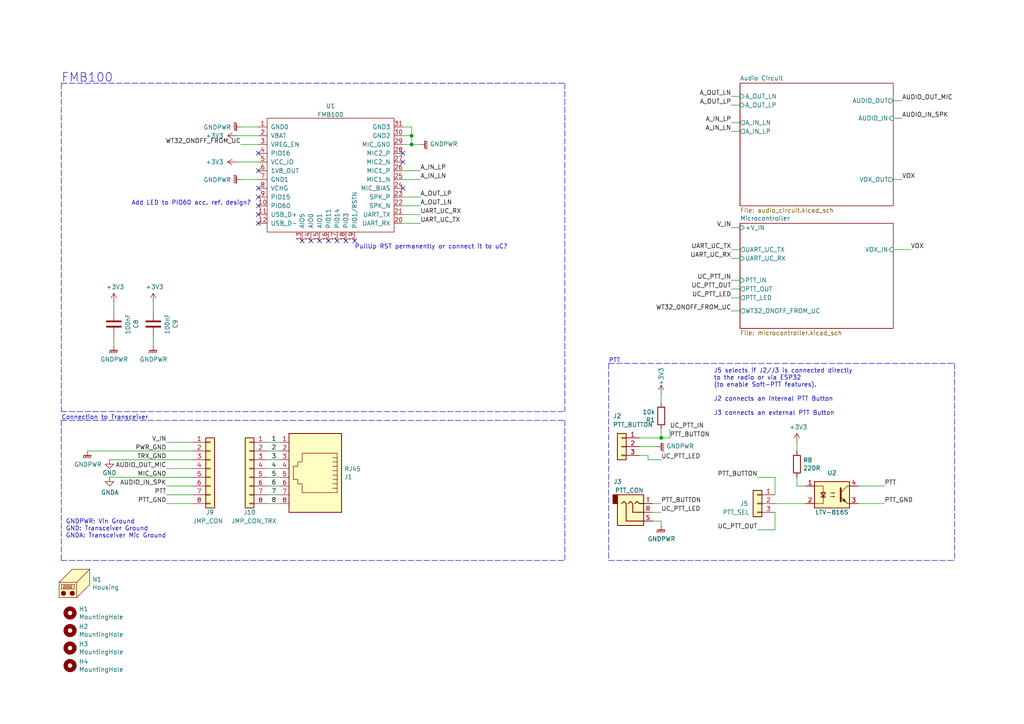
<source format=kicad_sch>
(kicad_sch (version 20211123) (generator eeschema)
  (paper "A4")
  (title_block (title "BT-TRX Development Board ") (date "2023-03-28") (rev "v6.0") (company "bt-trx.com") (comment 1 "Licensed under CERN OHL v1.2 - https://ohwr.org/licenses/cern-ohl/v1.2") (comment 2 "Andreas Müller - DC1MIL") (comment 3 "Christian Obersteiner - DL1COM") (comment 4 "Author:"))
  (lib_symbols
    (symbol "Connector:AudioJack3"
      (property "Reference" "J" (at 0 8.89 0))
      (property "Value" "AudioJack3" (at 0 6.35 0))
      (symbol "AudioJack3_0_1"
        (rectangle (start -5.08 -5.08) (end -6.35 -2.54) (stroke (width 0.254)) (fill (type outline)))
        (polyline (pts (xy 0 -2.54) (xy 0.635 -3.175) (xy 1.27 -2.54) (xy 2.54 -2.54)) (stroke (width 0.254)))
        (polyline (pts (xy -1.905 -2.54) (xy -1.27 -3.175) (xy -0.635 -2.54) (xy -0.635 0) (xy 2.54 0)) (stroke (width 0.254)))
        (polyline (pts (xy 2.54 2.54) (xy -2.54 2.54) (xy -2.54 -2.54) (xy -3.175 -3.175) (xy -3.81 -2.54)) (stroke (width 0.254)))
        (rectangle (start 2.54 3.81) (end -5.08 -5.08) (stroke (width 0.254)) (fill (type background)))
      )
      (symbol "AudioJack3_1_1"
        (pin passive line (at 5.08 0 180) (length 2.54) (name "~") (number "R"))
        (pin passive line (at 5.08 2.54 180) (length 2.54) (name "~") (number "S"))
        (pin passive line (at 5.08 -2.54 180) (length 2.54) (name "~") (number "T"))
      )
    )
    (symbol "Connector:RJ45" (pin_names (offset 1.016))
      (property "Reference" "J" (at -5.08 13.97 0))
      (property "Value" "RJ45" (at 2.54 13.97 0))
      (symbol "RJ45_0_1"
        (polyline (pts (xy -5.08 4.445) (xy -6.35 4.445)))
        (polyline (pts (xy -5.08 5.715) (xy -6.35 5.715)))
        (polyline (pts (xy -6.35 -3.175) (xy -5.08 -3.175) (xy -5.08 -3.175)))
        (polyline (pts (xy -6.35 -1.905) (xy -5.08 -1.905) (xy -5.08 -1.905)))
        (polyline (pts (xy -6.35 -0.635) (xy -5.08 -0.635) (xy -5.08 -0.635)))
        (polyline (pts (xy -6.35 0.635) (xy -5.08 0.635) (xy -5.08 0.635)))
        (polyline (pts (xy -6.35 1.905) (xy -5.08 1.905) (xy -5.08 1.905)))
        (polyline (pts (xy -5.08 3.175) (xy -6.35 3.175) (xy -6.35 3.175)))
        (polyline (pts (xy -6.35 -4.445) (xy -6.35 6.985) (xy 3.81 6.985) (xy 3.81 4.445) (xy 5.08 4.445) (xy 5.08 3.175) (xy 6.35 3.175) (xy 6.35 -0.635) (xy 5.08 -0.635) (xy 5.08 -1.905) (xy 3.81 -1.905) (xy 3.81 -4.445) (xy -6.35 -4.445) (xy -6.35 -4.445)))
        (rectangle (start 7.62 12.7) (end -7.62 -10.16) (stroke (width 0.254)) (fill (type background)))
      )
      (symbol "RJ45_1_1"
        (pin passive line (at 10.16 -7.62 180) (length 2.54) (name "~") (number "1"))
        (pin passive line (at 10.16 -5.08 180) (length 2.54) (name "~") (number "2"))
        (pin passive line (at 10.16 -2.54 180) (length 2.54) (name "~") (number "3"))
        (pin passive line (at 10.16 0 180) (length 2.54) (name "~") (number "4"))
        (pin passive line (at 10.16 2.54 180) (length 2.54) (name "~") (number "5"))
        (pin passive line (at 10.16 5.08 180) (length 2.54) (name "~") (number "6"))
        (pin passive line (at 10.16 7.62 180) (length 2.54) (name "~") (number "7"))
        (pin passive line (at 10.16 10.16 180) (length 2.54) (name "~") (number "8"))
      )
    )
    (symbol "Connector_Generic:Conn_01x03" (pin_names (offset 1.016) hide)
      (property "Reference" "J" (at 0 5.08 0))
      (property "Value" "Conn_01x03" (at 0 -5.08 0))
      (symbol "Conn_01x03_1_1"
        (rectangle (start -1.27 -2.413) (end 0 -2.667) (stroke (width 0.1524)))
        (rectangle (start -1.27 0.127) (end 0 -0.127) (stroke (width 0.1524)))
        (rectangle (start -1.27 2.667) (end 0 2.413) (stroke (width 0.1524)))
        (rectangle (start -1.27 3.81) (end 1.27 -3.81) (stroke (width 0.254)) (fill (type background)))
        (pin passive line (at -5.08 2.54 0) (length 3.81) (name "Pin_1") (number "1"))
        (pin passive line (at -5.08 0 0) (length 3.81) (name "Pin_2") (number "2"))
        (pin passive line (at -5.08 -2.54 0) (length 3.81) (name "Pin_3") (number "3"))
      )
    )
    (symbol "Connector_Generic:Conn_01x08" (pin_names (offset 1.016) hide)
      (property "Reference" "J" (at 0 10.16 0))
      (property "Value" "Conn_01x08" (at 0 -12.7 0))
      (symbol "Conn_01x08_1_1"
        (rectangle (start -1.27 -10.033) (end 0 -10.287) (stroke (width 0.1524)))
        (rectangle (start -1.27 -7.493) (end 0 -7.747) (stroke (width 0.1524)))
        (rectangle (start -1.27 -4.953) (end 0 -5.207) (stroke (width 0.1524)))
        (rectangle (start -1.27 -2.413) (end 0 -2.667) (stroke (width 0.1524)))
        (rectangle (start -1.27 0.127) (end 0 -0.127) (stroke (width 0.1524)))
        (rectangle (start -1.27 2.667) (end 0 2.413) (stroke (width 0.1524)))
        (rectangle (start -1.27 5.207) (end 0 4.953) (stroke (width 0.1524)))
        (rectangle (start -1.27 7.747) (end 0 7.493) (stroke (width 0.1524)))
        (rectangle (start -1.27 8.89) (end 1.27 -11.43) (stroke (width 0.254)) (fill (type background)))
        (pin passive line (at -5.08 7.62 0) (length 3.81) (name "Pin_1") (number "1"))
        (pin passive line (at -5.08 5.08 0) (length 3.81) (name "Pin_2") (number "2"))
        (pin passive line (at -5.08 2.54 0) (length 3.81) (name "Pin_3") (number "3"))
        (pin passive line (at -5.08 0 0) (length 3.81) (name "Pin_4") (number "4"))
        (pin passive line (at -5.08 -2.54 0) (length 3.81) (name "Pin_5") (number "5"))
        (pin passive line (at -5.08 -5.08 0) (length 3.81) (name "Pin_6") (number "6"))
        (pin passive line (at -5.08 -7.62 0) (length 3.81) (name "Pin_7") (number "7"))
        (pin passive line (at -5.08 -10.16 0) (length 3.81) (name "Pin_8") (number "8"))
      )
    )
    (symbol "Device:C" (pin_numbers hide) (pin_names (offset 0.254))
      (property "Reference" "C" (at 0.635 2.54 0))
      (property "Value" "C" (at 0.635 -2.54 0))
      (symbol "C_0_1"
        (polyline (pts (xy -2.032 -0.762) (xy 2.032 -0.762)) (stroke (width 0.508)))
        (polyline (pts (xy -2.032 0.762) (xy 2.032 0.762)) (stroke (width 0.508)))
      )
      (symbol "C_1_1"
        (pin passive line (at 0 3.81 270) (length 2.794) (name "~") (number "1"))
        (pin passive line (at 0 -3.81 90) (length 2.794) (name "~") (number "2"))
      )
    )
    (symbol "Device:R" (pin_numbers hide) (pin_names (offset 0))
      (property "Reference" "R" (at 2.032 0 90))
      (property "Value" "R" (at 0 0 90))
      (symbol "R_0_1"
        (rectangle (start -1.016 -2.54) (end 1.016 2.54) (stroke (width 0.254)))
      )
      (symbol "R_1_1"
        (pin passive line (at 0 3.81 270) (length 1.27) (name "~") (number "1"))
        (pin passive line (at 0 -3.81 90) (length 1.27) (name "~") (number "2"))
      )
    )
    (symbol "Isolator:SFH617A-1" (pin_names (offset 1.016))
      (property "Reference" "U" (at -5.08 5.08 0))
      (property "Value" "SFH617A-1" (at 0 5.08 0))
      (symbol "SFH617A-1_0_1"
        (rectangle (start -5.08 3.81) (end 5.08 -3.81) (stroke (width 0.254)) (fill (type background)))
        (polyline (pts (xy -3.175 -0.635) (xy -1.905 -0.635)) (stroke (width 0.254)))
        (polyline (pts (xy 2.54 0.635) (xy 4.445 2.54)))
        (polyline (pts (xy 4.445 -2.54) (xy 2.54 -0.635)) (fill (type outline)))
        (polyline (pts (xy 4.445 -2.54) (xy 5.08 -2.54)))
        (polyline (pts (xy 4.445 2.54) (xy 5.08 2.54)))
        (polyline (pts (xy -2.54 -0.635) (xy -2.54 -2.54) (xy -5.08 -2.54)))
        (polyline (pts (xy 2.54 1.905) (xy 2.54 -1.905) (xy 2.54 -1.905)) (stroke (width 0.508)))
        (polyline (pts (xy -5.08 2.54) (xy -2.54 2.54) (xy -2.54 -1.27) (xy -2.54 0.635)))
        (polyline (pts (xy -2.54 -0.635) (xy -3.175 0.635) (xy -1.905 0.635) (xy -2.54 -0.635)) (stroke (width 0.254)))
        (polyline (pts (xy -0.508 -0.508) (xy 0.762 -0.508) (xy 0.381 -0.635) (xy 0.381 -0.381) (xy 0.762 -0.508)))
        (polyline (pts (xy -0.508 0.508) (xy 0.762 0.508) (xy 0.381 0.381) (xy 0.381 0.635) (xy 0.762 0.508)))
        (polyline (pts (xy 3.048 -1.651) (xy 3.556 -1.143) (xy 4.064 -2.159) (xy 3.048 -1.651) (xy 3.048 -1.651)) (fill (type outline)))
      )
      (symbol "SFH617A-1_1_1"
        (pin passive line (at -7.62 2.54 0) (length 2.54) (name "~") (number "1"))
        (pin passive line (at -7.62 -2.54 0) (length 2.54) (name "~") (number "2"))
        (pin passive line (at 7.62 -2.54 180) (length 2.54) (name "~") (number "3"))
        (pin passive line (at 7.62 2.54 180) (length 2.54) (name "~") (number "4"))
      )
    )
    (symbol "Mechanical:Housing" (pin_names (offset 1.016))
      (property "Reference" "N" (at 3.81 0 0))
      (property "Value" "Housing" (at 3.81 -1.905 0))
      (symbol "Housing_0_1"
        (rectangle (start -5.08 -0.635) (end -1.27 -1.905))
        (circle (center -4.445 -3.175) (radius 0.635) (fill (type outline)))
        (circle (center -1.905 -3.175) (radius 0.635) (fill (type outline)))
        (polyline (pts (xy -4.5212 -1.5748) (xy -4.4704 -1.3716)))
        (polyline (pts (xy -4.4196 -1.6764) (xy -4.064 -1.6764)))
        (polyline (pts (xy -4.4196 -1.2192) (xy -4.3688 -0.9652)))
        (polyline (pts (xy -4.318 -1.3208) (xy -4.0132 -1.3208)))
        (polyline (pts (xy -4.2164 -0.9144) (xy -3.9116 -0.9144)))
        (polyline (pts (xy -3.9116 -1.6256) (xy -3.8608 -1.3716)))
        (polyline (pts (xy -3.81 -1.2192) (xy -3.7592 -0.9652)))
        (polyline (pts (xy -3.6068 -1.5748) (xy -3.556 -1.3716)))
        (polyline (pts (xy -3.5052 -1.6764) (xy -3.1496 -1.6764)))
        (polyline (pts (xy -3.5052 -1.2192) (xy -3.4544 -0.9652)))
        (polyline (pts (xy -3.4036 -1.3208) (xy -3.0988 -1.3208)))
        (polyline (pts (xy -3.302 -0.9144) (xy -2.9972 -0.9144)))
        (polyline (pts (xy -2.9972 -1.6256) (xy -2.9464 -1.3716)))
        (polyline (pts (xy -2.8956 -1.2192) (xy -2.8448 -0.9652)))
        (polyline (pts (xy -2.6924 -1.5748) (xy -2.6416 -1.3716)))
        (polyline (pts (xy -2.5908 -1.6764) (xy -2.2352 -1.6764)))
        (polyline (pts (xy -2.5908 -1.2192) (xy -2.54 -0.9652)))
        (polyline (pts (xy -2.4892 -1.3208) (xy -2.1844 -1.3208)))
        (polyline (pts (xy -2.3876 -0.9144) (xy -2.0828 -0.9144)))
        (polyline (pts (xy -2.0828 -1.6256) (xy -2.032 -1.3716)))
        (polyline (pts (xy -1.9812 -1.2192) (xy -1.9304 -0.9652)))
        (polyline (pts (xy -0.635 0) (xy -0.635 -4.445)))
        (polyline (pts (xy -5.715 0) (xy -0.635 0) (xy 3.175 3.81)))
        (polyline (pts (xy -5.715 0) (xy -5.715 -4.445) (xy -0.635 -4.445) (xy 3.175 -0.635) (xy 3.175 3.81) (xy -1.905 3.81) (xy -5.715 0)) (fill (type background)))
      )
    )
    (symbol "Mechanical:MountingHole" (pin_names (offset 1.016))
      (property "Reference" "H" (at 0 5.08 0))
      (property "Value" "MountingHole" (at 0 3.175 0))
      (symbol "MountingHole_0_1"
        (circle (center 0 0) (radius 1.27) (stroke (width 1.27)))
      )
    )
    (symbol "fbm100:FMB100" (pin_names (offset 1.016))
      (property "Reference" "U" (at -16.51 17.78 0))
      (property "Value" "FMB100" (at -7.62 17.78 0))
      (symbol "FMB100_0_1"
        (rectangle (start -19.05 16.51) (end 17.78 -16.51))
      )
      (symbol "FMB100_1_1"
        (pin passive line (at -21.59 13.97 0) (length 2.54) (name "GND0") (number "1"))
        (pin bidirectional line (at -21.59 -8.89 0) (length 2.54) (name "PIO60") (number "10"))
        (pin bidirectional line (at -21.59 -11.43 0) (length 2.54) (name "USB_D+") (number "11"))
        (pin bidirectional line (at -21.59 -13.97 0) (length 2.54) (name "USB_D-") (number "12"))
        (pin bidirectional line (at -8.89 -19.05 90) (length 2.54) (name "AIO5") (number "13"))
        (pin bidirectional line (at -6.35 -19.05 90) (length 2.54) (name "AIO0") (number "14"))
        (pin bidirectional line (at -3.81 -19.05 90) (length 2.54) (name "AIO1") (number "15"))
        (pin bidirectional line (at -1.27 -19.05 90) (length 2.54) (name "PIO11") (number "16"))
        (pin bidirectional line (at 1.27 -19.05 90) (length 2.54) (name "PIO14") (number "17"))
        (pin bidirectional line (at 3.81 -19.05 90) (length 2.54) (name "PIO3") (number "18"))
        (pin bidirectional line (at 6.35 -19.05 90) (length 2.54) (name "PIO1/RSTN") (number "19"))
        (pin power_in line (at -21.59 11.43 0) (length 2.54) (name "VBAT") (number "2"))
        (pin bidirectional line (at 20.32 -13.97 180) (length 2.54) (name "UART_RX") (number "20"))
        (pin bidirectional line (at 20.32 -11.43 180) (length 2.54) (name "UART_TX") (number "21"))
        (pin passive line (at 20.32 -8.89 180) (length 2.54) (name "SPK_N") (number "22"))
        (pin passive line (at 20.32 -6.35 180) (length 2.54) (name "SPK_P") (number "23"))
        (pin power_out line (at 20.32 -3.81 180) (length 2.54) (name "MIC_BIAS") (number "24"))
        (pin passive line (at 20.32 -1.27 180) (length 2.54) (name "MIC1_N") (number "25"))
        (pin passive line (at 20.32 1.27 180) (length 2.54) (name "MIC1_P") (number "26"))
        (pin passive line (at 20.32 3.81 180) (length 2.54) (name "MIC2_N") (number "27"))
        (pin passive line (at 20.32 6.35 180) (length 2.54) (name "MIC2_P") (number "28"))
        (pin passive line (at 20.32 8.89 180) (length 2.54) (name "MIC_GND") (number "29"))
        (pin bidirectional line (at -21.59 8.89 0) (length 2.54) (name "VREG_EN") (number "3"))
        (pin passive line (at 20.32 11.43 180) (length 2.54) (name "GND2") (number "30"))
        (pin passive line (at 20.32 13.97 180) (length 2.54) (name "GND3") (number "31"))
        (pin bidirectional line (at -21.59 6.35 0) (length 2.54) (name "PIO16") (number "4"))
        (pin power_in line (at -21.59 3.81 0) (length 2.54) (name "VCC_IO") (number "5"))
        (pin power_out line (at -21.59 1.27 0) (length 2.54) (name "1V8_OUT") (number "6"))
        (pin power_in line (at -21.59 -1.27 0) (length 2.54) (name "GND1") (number "7"))
        (pin power_in line (at -21.59 -3.81 0) (length 2.54) (name "VCHG") (number "8"))
        (pin bidirectional line (at -21.59 -6.35 0) (length 2.54) (name "PIO15") (number "9"))
      )
    )
    (symbol "power:+3V3" (power) (pin_names (offset 0))
      (property "Value" "+3V3" (at 0 3.556 0))
      (symbol "+3V3_0_1"
        (polyline (pts (xy -0.762 1.27) (xy 0 2.54)))
        (polyline (pts (xy 0 0) (xy 0 2.54)))
        (polyline (pts (xy 0 2.54) (xy 0.762 1.27)))
      )
      (symbol "+3V3_1_1"
        (pin power_in line (at 0 0 90) (length 0) hide (name "+3V3") (number "1"))
      )
    )
    (symbol "power:GND" (power) (pin_names (offset 0))
      (property "Value" "GND" (at 0 -3.81 0))
      (symbol "GND_0_1"
        (polyline (pts (xy 0 0) (xy 0 -1.27) (xy 1.27 -1.27) (xy 0 -2.54) (xy -1.27 -1.27) (xy 0 -1.27)))
      )
      (symbol "GND_1_1"
        (pin power_in line (at 0 0 270) (length 0) hide (name "GND") (number "1"))
      )
    )
    (symbol "power:GNDA" (power) (pin_names (offset 0))
      (property "Value" "GNDA" (at 0 -3.81 0))
      (symbol "GNDA_0_1"
        (polyline (pts (xy 0 0) (xy 0 -1.27) (xy 1.27 -1.27) (xy 0 -2.54) (xy -1.27 -1.27) (xy 0 -1.27)))
      )
      (symbol "GNDA_1_1"
        (pin power_in line (at 0 0 270) (length 0) hide (name "GNDA") (number "1"))
      )
    )
    (symbol "power:GNDPWR" (power) (pin_names (offset 0))
      (property "Value" "GNDPWR" (at 0 -3.302 0))
      (symbol "GNDPWR_0_1"
        (polyline (pts (xy 0 -1.27) (xy 0 0)))
        (polyline (pts (xy -1.016 -1.27) (xy -1.27 -2.032) (xy -1.27 -2.032)) (stroke (width 0.2032)))
        (polyline (pts (xy -0.508 -1.27) (xy -0.762 -2.032) (xy -0.762 -2.032)) (stroke (width 0.2032)))
        (polyline (pts (xy 0 -1.27) (xy -0.254 -2.032) (xy -0.254 -2.032)) (stroke (width 0.2032)))
        (polyline (pts (xy 0.508 -1.27) (xy 0.254 -2.032) (xy 0.254 -2.032)) (stroke (width 0.2032)))
        (polyline (pts (xy 1.016 -1.27) (xy -1.016 -1.27) (xy -1.016 -1.27)) (stroke (width 0.2032)))
        (polyline (pts (xy 1.016 -1.27) (xy 0.762 -2.032) (xy 0.762 -2.032) (xy 0.762 -2.032)) (stroke (width 0.2032)))
      )
      (symbol "GNDPWR_1_1"
        (pin power_in line (at 0 0 270) (length 0) hide (name "GNDPWR") (number "1"))
      )
    )
  )
  (junction (at 119.38 39.37))
  (junction (at 119.38 41.91))
  (junction (at 191.77 127))
  (no_connect (at 95.25 69.85))
  (no_connect (at 90.17 69.85))
  (no_connect (at 87.63 69.85))
  (no_connect (at 92.71 69.85))
  (no_connect (at 74.93 57.15))
  (no_connect (at 74.93 44.45))
  (no_connect (at 74.93 49.53))
  (no_connect (at 74.93 62.23))
  (no_connect (at 116.84 54.61))
  (no_connect (at 116.84 46.99))
  (no_connect (at 116.84 44.45))
  (no_connect (at 74.93 59.69))
  (no_connect (at 74.93 64.77))
  (no_connect (at 100.33 69.85))
  (no_connect (at 102.87 69.85))
  (no_connect (at 74.93 54.61))
  (no_connect (at 97.79 69.85))
  (wire (pts (xy 214.63 74.93) (xy 212.09 74.93)))
  (wire (pts (xy 116.84 64.77) (xy 121.92 64.77)))
  (wire (pts (xy 224.79 138.43) (xy 224.79 143.51)))
  (wire (pts (xy 31.75 138.43) (xy 55.88 138.43)))
  (wire (pts (xy 219.71 138.43) (xy 224.79 138.43)))
  (wire (pts (xy 81.28 140.97) (xy 77.47 140.97)))
  (wire (pts (xy 214.63 30.48) (xy 212.09 30.48)))
  (wire (pts (xy 231.14 128.27) (xy 231.14 130.81)))
  (wire (pts (xy 44.45 87.63) (xy 44.45 90.17)))
  (wire (pts (xy 69.85 41.91) (xy 74.93 41.91)))
  (wire (pts (xy 33.02 87.63) (xy 33.02 90.17)))
  (wire (pts (xy 81.28 146.05) (xy 77.47 146.05)))
  (polyline (pts (xy 17.78 121.92) (xy 17.78 162.56)))
  (wire (pts (xy 116.84 57.15) (xy 121.92 57.15)))
  (wire (pts (xy 191.77 124.46) (xy 191.77 127)))
  (wire (pts (xy 116.84 39.37) (xy 119.38 39.37)))
  (wire (pts (xy 25.4 130.81) (xy 55.88 130.81)))
  (wire (pts (xy 224.79 148.59) (xy 224.79 153.67)))
  (wire (pts (xy 77.47 138.43) (xy 81.28 138.43)))
  (wire (pts (xy 189.23 148.59) (xy 191.77 148.59)))
  (wire (pts (xy 194.31 124.46) (xy 194.31 127)))
  (wire (pts (xy 214.63 66.04) (xy 212.09 66.04)))
  (wire (pts (xy 55.88 135.89) (xy 48.26 135.89)))
  (wire (pts (xy 77.47 143.51) (xy 81.28 143.51)))
  (wire (pts (xy 214.63 86.36) (xy 212.09 86.36)))
  (wire (pts (xy 214.63 38.1) (xy 212.09 38.1)))
  (wire (pts (xy 261.62 34.29) (xy 259.08 34.29)))
  (wire (pts (xy 116.84 59.69) (xy 121.92 59.69)))
  (polyline (pts (xy 17.78 162.56) (xy 163.83 162.56)))
  (wire (pts (xy 212.09 90.17) (xy 214.63 90.17)))
  (wire (pts (xy 214.63 27.94) (xy 212.09 27.94)))
  (polyline (pts (xy 17.78 121.92) (xy 163.83 121.92)))
  (wire (pts (xy 248.92 140.97) (xy 256.54 140.97)))
  (wire (pts (xy 77.47 133.35) (xy 81.28 133.35)))
  (wire (pts (xy 48.26 140.97) (xy 55.88 140.97)))
  (wire (pts (xy 231.14 138.43) (xy 231.14 140.97)))
  (wire (pts (xy 119.38 36.83) (xy 119.38 39.37)))
  (wire (pts (xy 69.85 36.83) (xy 74.93 36.83)))
  (wire (pts (xy 231.14 140.97) (xy 233.68 140.97)))
  (wire (pts (xy 185.42 129.54) (xy 190.5 129.54)))
  (polyline (pts (xy 17.78 24.13) (xy 163.83 24.13)))
  (polyline (pts (xy 176.53 162.56) (xy 276.86 162.56)))
  (wire (pts (xy 48.26 128.27) (xy 55.88 128.27)))
  (wire (pts (xy 55.88 146.05) (xy 48.26 146.05)))
  (polyline (pts (xy 17.78 24.13) (xy 17.78 119.38)))
  (wire (pts (xy 191.77 114.3) (xy 191.77 116.84)))
  (wire (pts (xy 259.08 72.39) (xy 264.16 72.39)))
  (wire (pts (xy 119.38 41.91) (xy 121.92 41.91)))
  (wire (pts (xy 185.42 132.08) (xy 187.96 132.08)))
  (wire (pts (xy 214.63 81.28) (xy 212.09 81.28)))
  (wire (pts (xy 33.02 97.79) (xy 33.02 100.33)))
  (wire (pts (xy 116.84 62.23) (xy 121.92 62.23)))
  (wire (pts (xy 191.77 127) (xy 185.42 127)))
  (wire (pts (xy 69.85 52.07) (xy 74.93 52.07)))
  (wire (pts (xy 81.28 130.81) (xy 77.47 130.81)))
  (polyline (pts (xy 176.53 105.41) (xy 276.86 105.41)))
  (wire (pts (xy 116.84 36.83) (xy 119.38 36.83)))
  (wire (pts (xy 187.96 133.35) (xy 187.96 132.08)))
  (wire (pts (xy 259.08 29.21) (xy 261.62 29.21)))
  (polyline (pts (xy 176.53 105.41) (xy 176.53 162.56)))
  (wire (pts (xy 31.75 133.35) (xy 55.88 133.35)))
  (wire (pts (xy 68.58 46.99) (xy 74.93 46.99)))
  (polyline (pts (xy 163.83 121.92) (xy 163.83 162.56)))
  (wire (pts (xy 191.77 151.13) (xy 191.77 152.4)))
  (wire (pts (xy 44.45 97.79) (xy 44.45 100.33)))
  (wire (pts (xy 116.84 52.07) (xy 121.92 52.07)))
  (wire (pts (xy 259.08 52.07) (xy 261.62 52.07)))
  (wire (pts (xy 224.79 153.67) (xy 219.71 153.67)))
  (wire (pts (xy 119.38 39.37) (xy 119.38 41.91)))
  (polyline (pts (xy 276.86 105.41) (xy 276.86 162.56)))
  (wire (pts (xy 248.92 146.05) (xy 256.54 146.05)))
  (wire (pts (xy 191.77 133.35) (xy 187.96 133.35)))
  (wire (pts (xy 189.23 146.05) (xy 191.77 146.05)))
  (wire (pts (xy 191.77 127) (xy 194.31 127)))
  (wire (pts (xy 214.63 72.39) (xy 212.09 72.39)))
  (wire (pts (xy 116.84 49.53) (xy 121.92 49.53)))
  (wire (pts (xy 116.84 41.91) (xy 119.38 41.91)))
  (polyline (pts (xy 17.78 119.38) (xy 163.83 119.38)))
  (wire (pts (xy 224.79 146.05) (xy 233.68 146.05)))
  (wire (pts (xy 81.28 135.89) (xy 77.47 135.89)))
  (wire (pts (xy 189.23 151.13) (xy 191.77 151.13)))
  (wire (pts (xy 214.63 83.82) (xy 212.09 83.82)))
  (wire (pts (xy 77.47 128.27) (xy 81.28 128.27)))
  (wire (pts (xy 214.63 35.56) (xy 212.09 35.56)))
  (wire (pts (xy 68.58 39.37) (xy 74.93 39.37)))
  (wire (pts (xy 48.26 143.51) (xy 55.88 143.51)))
  (polyline (pts (xy 163.83 24.13) (xy 163.83 119.38)))
  (text "J5 selects if J2/J3 is connected directly\nto the radio or via ESP32\n(to enable Soft-PTT features).\n\nJ2 connects an internal PTT Button\n\nJ3 connects an external PTT Button" (at 207.01 120.65 0) (effects (font (size 1.27 1.27)) (justify left bottom)))
  (text "PTT" (at 176.53 105.41 0) (effects (font (size 1.27 1.27)) (justify left bottom)))
  (text "GNDPWR: Vin Ground\nGND: Transceiver Ground\nGNDA: Transceiver Mic Ground" (at 19.05 156.21 0) (effects (font (size 1.27 1.27)) (justify left bottom)))
  (text "FMB100" (at 17.78 24.13 0) (effects (font (size 2.54 2.54)) (justify left bottom)))
  (text "Connection to Transceiver" (at 17.78 121.92 0) (effects (font (size 1.27 1.27)) (justify left bottom)))
  (text "PullUp RST permanently or connect it to uC?" (at 102.87 72.39 0) (effects (font (size 1.27 1.27)) (justify left bottom)))
  (text "Add LED to PIO60 acc. ref. design?" (at 38.1 59.69 0) (effects (font (size 1.27 1.27)) (justify left bottom)))
  (label "UC_PTT_LED" (at 191.77 133.35 0))
  (label "5" (at 78.74 138.43 0))
  (label "TRX_GND" (at 48.26 133.35 180))
  (label "A_OUT_LN" (at 121.92 59.69 0))
  (label "VOX" (at 261.62 52.07 0))
  (label "2" (at 78.74 130.81 0))
  (label "A_IN_LN" (at 212.09 38.1 180))
  (label "PTT_BUTTON" (at 194.31 127 0))
  (label "AUDIO_OUT_MIC" (at 261.62 29.21 0))
  (label "UC_PTT_LED" (at 191.77 148.59 0))
  (label "PWR_GND" (at 48.26 130.81 180))
  (label "A_IN_LP" (at 121.92 49.53 0))
  (label "UC_PTT_OUT" (at 212.09 83.82 180))
  (label "AUDIO_IN_SPK" (at 48.26 140.97 180))
  (label "PTT_BUTTON" (at 191.77 146.05 0))
  (label "7" (at 78.74 143.51 0))
  (label "PTT_GND" (at 256.54 146.05 0))
  (label "UC_PTT_IN" (at 212.09 81.28 180))
  (label "4" (at 78.74 135.89 0))
  (label "A_IN_LP" (at 212.09 35.56 180))
  (label "AUDIO_OUT_MIC" (at 48.26 135.89 180))
  (label "VOX" (at 264.16 72.39 0))
  (label "UART_UC_RX" (at 212.09 74.93 180))
  (label "WT32_ONOFF_FROM_UC" (at 212.09 90.17 180))
  (label "V_IN" (at 48.26 128.27 180))
  (label "PTT" (at 256.54 140.97 0))
  (label "6" (at 78.74 140.97 0))
  (label "UC_PTT_OUT" (at 219.71 153.67 180))
  (label "PTT_GND" (at 48.26 146.05 180))
  (label "A_OUT_LP" (at 212.09 30.48 180))
  (label "UART_UC_TX" (at 121.92 64.77 0))
  (label "AUDIO_IN_SPK" (at 261.62 34.29 0))
  (label "WT32_ONOFF_FROM_UC" (at 69.85 41.91 180))
  (label "UART_UC_TX" (at 212.09 72.39 180))
  (label "UC_PTT_IN" (at 194.31 124.46 0))
  (label "V_IN" (at 212.09 66.04 180))
  (label "A_OUT_LP" (at 121.92 57.15 0))
  (label "UC_PTT_LED" (at 212.09 86.36 180))
  (label "A_OUT_LN" (at 212.09 27.94 180))
  (label "3" (at 78.74 133.35 0))
  (label "PTT" (at 48.26 143.51 180))
  (label "UART_UC_RX" (at 121.92 62.23 0))
  (label "PTT_BUTTON" (at 219.71 138.43 180))
  (label "8" (at 78.74 146.05 0))
  (label "MIC_GND" (at 48.26 138.43 180))
  (label "A_IN_LN" (at 121.92 52.07 0))
  (label "1" (at 78.74 128.27 0))
  (symbol (lib_id "Mechanical:MountingHole") (at 20.32 177.8 0) (unit 1)
    (property "Reference" "H1" (at 22.86 176.6316 0) (effects (justify left)))
    (property "Value" "MountingHole" (at 22.86 178.943 0) (effects (justify left)))
    (property "Footprint" "MountingHole:MountingHole_3.2mm_M3_DIN965" (effects hide))
    (property "Mouser Best.Nr." "-" (effects hide))
  )
  (symbol (lib_id "Mechanical:MountingHole") (at 20.32 182.88 0) (unit 1)
    (property "Reference" "H2" (at 22.86 181.7116 0) (effects (justify left)))
    (property "Value" "MountingHole" (at 22.86 184.023 0) (effects (justify left)))
    (property "Footprint" "MountingHole:MountingHole_3.2mm_M3_DIN965" (effects hide))
    (property "Mouser Best.Nr." "-" (effects hide))
  )
  (symbol (lib_id "Connector:RJ45") (at 91.44 135.89 180) (unit 1)
    (property "Reference" "J1" (at 99.822 138.3284 0) (effects (justify right)))
    (property "Value" "RJ45" (at 99.822 136.017 0) (effects (justify right)))
    (property "Footprint" "Connector_RJ:RJ45_Amphenol_54602-x08_Horizontal" (effects hide))
    (property "Mouser Best.Nr." "649-54602-908LF " (effects hide))
    (property "PartNrDigikey" "609-1046-ND" (effects hide))
  )
  (symbol (lib_id "Mechanical:Housing") (at 22.86 168.91 0) (unit 1)
    (property "Reference" "N1" (at 26.7462 168.0464 0) (effects (justify left)))
    (property "Value" "Housing" (at 26.7462 170.3578 0) (effects (justify left)))
    (property "Footprint" "Symbol:OSHW-Logo2_7.3x6mm_SilkScreen" (effects hide))
    (property "Mouser Best.Nr." "546-1553CBK" (effects hide))
    (property "PartNrDigikey" "HM447-ND" (effects hide))
  )
  (symbol (lib_id "power:+3V3") (at 191.77 114.3 0) (unit 1)
    (property "Reference" "#PWR012" (effects hide))
    (property "Value" "+3V3" (at 191.77 109.22 90))
  )
  (symbol (lib_id "Device:R") (at 191.77 120.65 180) (unit 1)
    (property "Reference" "R1" (at 189.992 121.8184 0) (effects (justify left)))
    (property "Value" "10k" (at 189.992 119.507 0) (effects (justify left)))
    (property "Footprint" "Resistor_SMD:R_0805_2012Metric_Pad1.20x1.40mm_HandSolder" (effects hide))
    (property "Mouser Best.Nr." "603-RC0805FR-0710KL" (effects hide))
    (property "PartNrDigikey" "311-10.0KCRCT-ND" (effects hide))
  )
  (symbol (lib_id "Mechanical:MountingHole") (at 20.32 187.96 0) (unit 1)
    (property "Reference" "H3" (at 22.86 186.7916 0) (effects (justify left)))
    (property "Value" "MountingHole" (at 22.86 189.103 0) (effects (justify left)))
    (property "Footprint" "MountingHole:MountingHole_3.2mm_M3_DIN965" (effects hide))
    (property "Mouser Best.Nr." "-" (effects hide))
  )
  (symbol (lib_id "Mechanical:MountingHole") (at 20.32 193.04 0) (unit 1)
    (property "Reference" "H4" (at 22.86 191.8716 0) (effects (justify left)))
    (property "Value" "MountingHole" (at 22.86 194.183 0) (effects (justify left)))
    (property "Footprint" "MountingHole:MountingHole_3.2mm_M3_DIN965" (effects hide))
    (property "Mouser Best.Nr." "-" (effects hide))
  )
  (symbol (lib_id "Connector:AudioJack3") (at 184.15 148.59 0) (mirror x) (unit 1)
    (property "Reference" "J3" (at 180.34 139.7 0) (effects (justify right)))
    (property "Value" "PTT_CON" (at 186.69 142.24 0) (effects (justify right)))
    (property "Footprint" "Connector_Audio:Jack_3.5mm_CUI_SJ1-3533NG_Horizontal" (effects hide))
    (property "Mouser Best.Nr." "490-SJ1-3533NG" (effects hide))
    (property "DNA" "DNA" (effects hide))
    (property "PartNrDigikey" "CP1-3533NG-ND" (effects hide))
  )
  (symbol (lib_id "Connector_Generic:Conn_01x03") (at 180.34 129.54 0) (mirror y) (unit 1)
    (property "Reference" "J2" (at 177.8 120.65 0) (effects (justify right)))
    (property "Value" "PTT_BUTTON" (at 177.8 123.19 0) (effects (justify right)))
    (property "Footprint" "Connector_PinHeader_2.54mm:PinHeader_1x03_P2.54mm_Vertical" (effects hide))
    (property "Mouser Best.Nr." "855-M20-9990346" (effects hide))
    (property "DNA" "DNA" (effects hide))
    (property "PartNrDigikey" "952-2264-ND" (effects hide))
  )
  (symbol (lib_id "Isolator:SFH617A-1") (at 241.3 143.51 0) (unit 1)
    (property "Reference" "U2" (at 241.3 137.16 0))
    (property "Value" "LTV-816S" (at 241.3 148.59 0))
    (property "Footprint" "liteon:LTV-816S" (effects hide))
    (property "Datasheet" "https://www.mouser.de/datasheet/2/239/LTV-8x6-1175385.pdf" (effects hide))
    (property "Mouser Best.Nr." "859-LTV-816S " (effects hide))
    (property "PartNrDigikey" "160-1361-5-ND" (effects hide))
  )
  (symbol (lib_id "power:+3V3") (at 231.14 128.27 0) (unit 1)
    (property "Reference" "#PWR0102" (effects hide))
    (property "Value" "+3V3" (at 231.521 123.8758 0))
  )
  (symbol (lib_id "Device:R") (at 231.14 134.62 0) (unit 1)
    (property "Reference" "R8" (at 232.918 133.4516 0) (effects (justify left)))
    (property "Value" "220R" (at 232.918 135.763 0) (effects (justify left)))
    (property "Footprint" "Resistor_SMD:R_0805_2012Metric_Pad1.20x1.40mm_HandSolder" (effects hide))
    (property "Mouser Best.Nr." "603-RC0805FR-10220RL" (effects hide))
  )
  (symbol (lib_id "power:GNDPWR") (at 121.92 41.91 90) (unit 1)
    (property "Reference" "#PWR011" (effects hide))
    (property "Value" "GNDPWR" (at 124.6632 41.783 90) (effects (justify right)))
  )
  (symbol (lib_id "power:GNDPWR") (at 69.85 36.83 270) (unit 1)
    (property "Reference" "#PWR05" (effects hide))
    (property "Value" "GNDPWR" (at 67.0814 36.9316 90) (effects (justify right)))
  )
  (symbol (lib_id "power:GNDPWR") (at 190.5 129.54 90) (unit 1)
    (property "Reference" "#PWR015" (effects hide))
    (property "Value" "GNDPWR" (at 193.2432 129.413 90) (effects (justify right)))
  )
  (symbol (lib_id "power:GNDPWR") (at 191.77 152.4 0) (unit 1)
    (property "Reference" "#PWR016" (effects hide))
    (property "Value" "GNDPWR" (at 191.8716 156.3116 0))
  )
  (symbol (lib_id "power:GNDPWR") (at 25.4 130.81 0) (unit 1)
    (property "Reference" "#PWR04" (effects hide))
    (property "Value" "GNDPWR" (at 25.5016 134.7216 0))
  )
  (symbol (lib_id "power:GNDA") (at 31.75 138.43 0) (unit 1)
    (property "Reference" "#PWR01" (effects hide))
    (property "Value" "GNDA" (at 31.877 142.8242 0))
  )
  (symbol (lib_id "Connector_Generic:Conn_01x03") (at 219.71 146.05 0) (mirror y) (unit 1)
    (property "Reference" "J5" (at 214.63 146.05 0) (effects (justify right)))
    (property "Value" "PTT_SEL" (at 209.55 148.59 0) (effects (justify right)))
    (property "Footprint" "Connector_PinHeader_2.54mm:PinHeader_1x03_P2.54mm_Vertical" (effects hide))
    (property "Mouser Best.Nr." "855-M20-9990346" (effects hide))
    (property "PartNrDigikey" "952-2264-ND" (effects hide))
  )
  (symbol (lib_id "Device:C") (at 44.45 93.98 180) (unit 1)
    (property "Reference" "C9" (at 50.8508 93.98 90))
    (property "Value" "100nF" (at 48.5394 93.98 90))
    (property "Footprint" "Capacitor_SMD:C_0805_2012Metric_Pad1.15x1.40mm_HandSolder" (effects hide))
    (property "Mouser Best.Nr." "710-885012207098" (effects hide))
    (property "PartNrDigikey" "732-8080-1-ND" (effects hide))
  )
  (symbol (lib_id "power:+3V3") (at 44.45 87.63 0) (unit 1)
    (property "Reference" "#PWR028" (effects hide))
    (property "Value" "+3V3" (at 44.831 83.2358 0))
  )
  (symbol (lib_id "power:GNDPWR") (at 44.45 100.33 0) (unit 1)
    (property "Reference" "#PWR044" (effects hide))
    (property "Value" "GNDPWR" (at 44.5516 104.2416 0))
  )
  (symbol (lib_id "Device:C") (at 33.02 93.98 180) (unit 1)
    (property "Reference" "C8" (at 39.4208 93.98 90))
    (property "Value" "100nF" (at 37.1094 93.98 90))
    (property "Footprint" "Capacitor_SMD:C_0805_2012Metric_Pad1.15x1.40mm_HandSolder" (effects hide))
    (property "Mouser Best.Nr." "710-885012207098" (effects hide))
    (property "PartNrDigikey" "732-8080-1-ND" (effects hide))
  )
  (symbol (lib_id "power:+3V3") (at 33.02 87.63 0) (unit 1)
    (property "Reference" "#PWR013" (effects hide))
    (property "Value" "+3V3" (at 33.401 83.2358 0))
  )
  (symbol (lib_id "power:GNDPWR") (at 33.02 100.33 0) (unit 1)
    (property "Reference" "#PWR017" (effects hide))
    (property "Value" "GNDPWR" (at 33.1216 104.2416 0))
  )
  (symbol (lib_id "power:GND") (at 31.75 133.35 0) (unit 1)
    (property "Reference" "#PWR02" (effects hide))
    (property "Value" "GND" (at 31.75 137.16 0))
  )
  (symbol (lib_id "Connector_Generic:Conn_01x08") (at 60.96 135.89 0) (unit 1)
    (property "Reference" "J9" (at 59.69 148.59 0) (effects (justify left)))
    (property "Value" "JMP_CON" (at 55.88 151.13 0) (effects (justify left)))
    (property "Footprint" "Connector_PinSocket_2.54mm:PinSocket_1x08_P2.54mm_Vertical" (effects hide))
    (property "Mouser Best.Nr." "855-M20-7820842 " (effects hide))
    (property "PartNrDigikey" "952-1823-ND" (effects hide))
  )
  (symbol (lib_id "Connector_Generic:Conn_01x08") (at 72.39 135.89 0) (mirror y) (unit 1)
    (property "Reference" "J10" (at 72.39 148.59 0))
    (property "Value" "JMP_CON_TRX" (at 73.66 151.13 0))
    (property "Footprint" "Connector_PinSocket_2.54mm:PinSocket_1x08_P2.54mm_Vertical" (effects hide))
    (property "Mouser Best.Nr." "855-M20-7820842 " (effects hide))
    (property "PartNrDigikey" "952-1823-ND" (effects hide))
  )
  (symbol (lib_id "fbm100:FMB100") (at 96.52 50.8 0) (unit 1)
    (property "Reference" "U1" (at 95.885 30.7172 0))
    (property "Value" "FMB100" (at 95.885 33.2541 0))
    (property "Footprint" "FMB100:FMB100" (effects hide))
  )
  (symbol (lib_id "power:+3V3") (at 68.58 39.37 90) (unit 1)
    (property "Reference" "#PWR0103" (effects hide))
    (property "Value" "+3V3" (at 62.23 39.37 90))
  )
  (symbol (lib_id "power:+3V3") (at 68.58 46.99 90) (unit 1)
    (property "Reference" "#PWR0105" (effects hide))
    (property "Value" "+3V3" (at 62.23 46.99 90))
  )
  (symbol (lib_id "power:GNDPWR") (at 69.85 52.07 270) (unit 1)
    (property "Reference" "#PWR0104" (effects hide))
    (property "Value" "GNDPWR" (at 67.0814 52.1716 90) (effects (justify right)))
  )
  (sheet (at 214.63 24.13) (size 44.45 35.56)
    (property "Sheet name" "Audio Circuit" (at 214.63 23.4184 0) (effects (justify left bottom)))
    (property "Sheet file" "audio_circuit.kicad_sch" (at 214.63 60.2746 0) (effects (justify left top)))
    (pin "AUDIO_OUT" output (at 259.08 29.21 0))
    (pin "AUDIO_IN" input (at 259.08 34.29 0))
    (pin "VOX_OUT" output (at 259.08 52.07 0))
    (pin "A_OUT_LN" input (at 214.63 27.94 180))
    (pin "A_OUT_LP" input (at 214.63 30.48 180))
    (pin "A_IN_LN" output (at 214.63 35.56 180))
    (pin "A_IN_LP" output (at 214.63 38.1 180))
  )
  (sheet (at 214.63 64.77) (size 44.45 30.48)
    (property "Sheet name" "Microcontroller" (at 214.63 64.0584 0) (effects (justify left bottom)))
    (property "Sheet file" "microcontroller.kicad_sch" (at 214.63 95.8346 0) (effects (justify left top)))
    (pin "UART_UC_TX" output (at 214.63 72.39 180))
    (pin "UART_UC_RX" input (at 214.63 74.93 180))
    (pin "WT32_ONOFF_FROM_UC" output (at 214.63 90.17 180))
    (pin "+V_IN" input (at 214.63 66.04 180))
    (pin "PTT_IN" input (at 214.63 81.28 180))
    (pin "PTT_OUT" output (at 214.63 83.82 180))
    (pin "PTT_LED" output (at 214.63 86.36 180))
    (pin "VOX_IN" input (at 259.08 72.39 0))
  )
)
</source>
